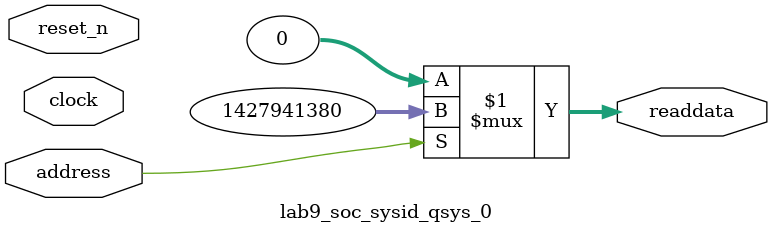
<source format=v>

`timescale 1ns / 1ps
// synthesis translate_on

// turn off superfluous verilog processor warnings 
// altera message_level Level1 
// altera message_off 10034 10035 10036 10037 10230 10240 10030 

module lab9_soc_sysid_qsys_0 (
               // inputs:
                address,
                clock,
                reset_n,

               // outputs:
                readdata
             )
;

  output  [ 31: 0] readdata;
  input            address;
  input            clock;
  input            reset_n;

  wire    [ 31: 0] readdata;
  //control_slave, which is an e_avalon_slave
  assign readdata = address ? 1427941380 : 0;

endmodule




</source>
